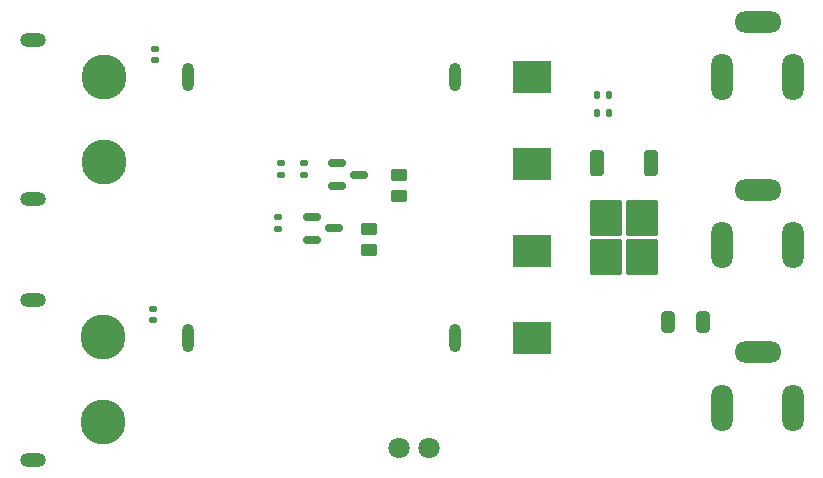
<source format=gbr>
%TF.GenerationSoftware,KiCad,Pcbnew,7.0.2*%
%TF.CreationDate,2023-07-03T14:04:12+02:00*%
%TF.ProjectId,Power Distribution,506f7765-7220-4446-9973-747269627574,V0*%
%TF.SameCoordinates,Original*%
%TF.FileFunction,Paste,Top*%
%TF.FilePolarity,Positive*%
%FSLAX46Y46*%
G04 Gerber Fmt 4.6, Leading zero omitted, Abs format (unit mm)*
G04 Created by KiCad (PCBNEW 7.0.2) date 2023-07-03 14:04:12*
%MOMM*%
%LPD*%
G01*
G04 APERTURE LIST*
G04 Aperture macros list*
%AMRoundRect*
0 Rectangle with rounded corners*
0 $1 Rounding radius*
0 $2 $3 $4 $5 $6 $7 $8 $9 X,Y pos of 4 corners*
0 Add a 4 corners polygon primitive as box body*
4,1,4,$2,$3,$4,$5,$6,$7,$8,$9,$2,$3,0*
0 Add four circle primitives for the rounded corners*
1,1,$1+$1,$2,$3*
1,1,$1+$1,$4,$5*
1,1,$1+$1,$6,$7*
1,1,$1+$1,$8,$9*
0 Add four rect primitives between the rounded corners*
20,1,$1+$1,$2,$3,$4,$5,0*
20,1,$1+$1,$4,$5,$6,$7,0*
20,1,$1+$1,$6,$7,$8,$9,0*
20,1,$1+$1,$8,$9,$2,$3,0*%
G04 Aperture macros list end*
%ADD10RoundRect,0.250000X0.450000X-0.262500X0.450000X0.262500X-0.450000X0.262500X-0.450000X-0.262500X0*%
%ADD11RoundRect,0.135000X0.185000X-0.135000X0.185000X0.135000X-0.185000X0.135000X-0.185000X-0.135000X0*%
%ADD12RoundRect,0.140000X0.170000X-0.140000X0.170000X0.140000X-0.170000X0.140000X-0.170000X-0.140000X0*%
%ADD13O,1.800000X4.000000*%
%ADD14O,4.000000X1.800000*%
%ADD15R,3.300000X2.700000*%
%ADD16RoundRect,0.135000X-0.135000X-0.185000X0.135000X-0.185000X0.135000X0.185000X-0.135000X0.185000X0*%
%ADD17RoundRect,0.135000X-0.185000X0.135000X-0.185000X-0.135000X0.185000X-0.135000X0.185000X0.135000X0*%
%ADD18C,3.800000*%
%ADD19O,2.200000X1.200000*%
%ADD20RoundRect,0.150000X-0.587500X-0.150000X0.587500X-0.150000X0.587500X0.150000X-0.587500X0.150000X0*%
%ADD21RoundRect,0.250000X-0.450000X0.262500X-0.450000X-0.262500X0.450000X-0.262500X0.450000X0.262500X0*%
%ADD22RoundRect,0.250000X0.325000X0.650000X-0.325000X0.650000X-0.325000X-0.650000X0.325000X-0.650000X0*%
%ADD23O,1.000000X2.400000*%
%ADD24C,1.800000*%
%ADD25RoundRect,0.140000X-0.140000X-0.170000X0.140000X-0.170000X0.140000X0.170000X-0.140000X0.170000X0*%
%ADD26RoundRect,0.250000X-0.350000X0.850000X-0.350000X-0.850000X0.350000X-0.850000X0.350000X0.850000X0*%
%ADD27RoundRect,0.250000X-1.125000X1.275000X-1.125000X-1.275000X1.125000X-1.275000X1.125000X1.275000X0*%
G04 APERTURE END LIST*
D10*
%TO.C,R4*%
X225000000Y-122912500D03*
X225000000Y-121087500D03*
%TD*%
D11*
%TO.C,R2*%
X217510000Y-116585045D03*
X217510000Y-115565045D03*
%TD*%
D12*
%TO.C,C2*%
X206666547Y-128816180D03*
X206666547Y-127856180D03*
%TD*%
D13*
%TO.C,J3*%
X254866000Y-108266000D03*
X260866000Y-108266000D03*
D14*
X257866000Y-103562000D03*
%TD*%
D13*
%TO.C,J5*%
X254866000Y-136266000D03*
X260866000Y-136266000D03*
D14*
X257866000Y-131562000D03*
%TD*%
D15*
%TO.C,D1*%
X238740250Y-115624818D03*
X238740250Y-108252818D03*
%TD*%
D16*
%TO.C,R1*%
X244288077Y-109781977D03*
X245308077Y-109781977D03*
%TD*%
D17*
%TO.C,R5*%
X217256575Y-120118774D03*
X217256575Y-121138774D03*
%TD*%
D18*
%TO.C,J1*%
X202489656Y-115439131D03*
X202489656Y-108239131D03*
D19*
X196489656Y-105089131D03*
X196489656Y-118589131D03*
%TD*%
D20*
%TO.C,Q3*%
X222250000Y-115575045D03*
X222250000Y-117475045D03*
X224125000Y-116525045D03*
%TD*%
D21*
%TO.C,R6*%
X227520259Y-116544387D03*
X227520259Y-118369387D03*
%TD*%
D22*
%TO.C,C4*%
X253225000Y-129000000D03*
X250275000Y-129000000D03*
%TD*%
D23*
%TO.C,F1*%
X209624001Y-108250000D03*
X232250001Y-108250000D03*
%TD*%
D15*
%TO.C,D2*%
X238740250Y-122957784D03*
X238740250Y-130329784D03*
%TD*%
D13*
%TO.C,J4*%
X254866000Y-122516000D03*
X260866000Y-122516000D03*
D14*
X257866000Y-117812000D03*
%TD*%
D12*
%TO.C,C1*%
X206841547Y-106816904D03*
X206841547Y-105856904D03*
%TD*%
D24*
%TO.C,J7*%
X230042746Y-139683984D03*
X227540746Y-139683984D03*
%TD*%
D18*
%TO.C,J2*%
X202485688Y-137490965D03*
X202485688Y-130290965D03*
D19*
X196485688Y-127140965D03*
X196485688Y-140640965D03*
%TD*%
D17*
%TO.C,R3*%
X219500000Y-115565045D03*
X219500000Y-116585045D03*
%TD*%
D20*
%TO.C,Q1*%
X220125000Y-120125045D03*
X220125000Y-122025045D03*
X222000000Y-121075045D03*
%TD*%
D23*
%TO.C,F2*%
X209624000Y-130324463D03*
X232250000Y-130324463D03*
%TD*%
D25*
%TO.C,C3*%
X244298077Y-111281977D03*
X245258077Y-111281977D03*
%TD*%
D26*
%TO.C,Q2*%
X248859852Y-115528981D03*
D27*
X248104852Y-120153981D03*
X245054852Y-120153981D03*
X248104852Y-123503981D03*
X245054852Y-123503981D03*
D26*
X244299852Y-115528981D03*
%TD*%
M02*

</source>
